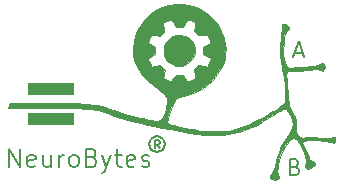
<source format=gbr>
G04 #@! TF.FileFunction,Soldermask,Top*
%FSLAX46Y46*%
G04 Gerber Fmt 4.6, Leading zero omitted, Abs format (unit mm)*
G04 Created by KiCad (PCBNEW 4.0.7-e2-6376~58~ubuntu14.04.1) date Wed May 23 14:22:57 2018*
%MOMM*%
%LPD*%
G01*
G04 APERTURE LIST*
%ADD10C,0.100000*%
%ADD11C,0.190000*%
%ADD12C,0.150000*%
%ADD13C,0.210000*%
%ADD14C,0.010000*%
%ADD15R,4.000000X1.000000*%
G04 APERTURE END LIST*
D10*
D11*
X139695000Y-86305000D02*
X139885000Y-86368333D01*
X139948333Y-86431667D01*
X140011667Y-86558333D01*
X140011667Y-86748333D01*
X139948333Y-86875000D01*
X139885000Y-86938333D01*
X139758333Y-87001667D01*
X139251667Y-87001667D01*
X139251667Y-85671667D01*
X139695000Y-85671667D01*
X139821667Y-85735000D01*
X139885000Y-85798333D01*
X139948333Y-85925000D01*
X139948333Y-86051667D01*
X139885000Y-86178333D01*
X139821667Y-86241667D01*
X139695000Y-86305000D01*
X139251667Y-86305000D01*
X139683333Y-76621667D02*
X140316667Y-76621667D01*
X139556667Y-77001667D02*
X140000000Y-75671667D01*
X140443333Y-77001667D01*
D12*
X128238095Y-84709524D02*
X128000000Y-84423810D01*
X127809524Y-84709524D02*
X127809524Y-84042857D01*
X128095238Y-84042857D01*
X128190476Y-84090476D01*
X128238095Y-84185714D01*
X128238095Y-84280952D01*
X128190476Y-84376190D01*
X128095238Y-84423810D01*
X127809524Y-84423810D01*
X128000000Y-83709524D02*
X127761905Y-83757143D01*
X127523809Y-83900000D01*
X127380952Y-84138095D01*
X127333333Y-84376190D01*
X127380952Y-84614286D01*
X127523809Y-84852381D01*
X127761905Y-84995238D01*
X128000000Y-85042857D01*
X128238095Y-84995238D01*
X128476190Y-84852381D01*
X128619047Y-84614286D01*
X128666667Y-84376190D01*
X128619047Y-84138095D01*
X128476190Y-83900000D01*
X128238095Y-83757143D01*
X128000000Y-83709524D01*
D13*
X115507143Y-86278571D02*
X115507143Y-84778571D01*
X116364286Y-86278571D01*
X116364286Y-84778571D01*
X117650000Y-86207143D02*
X117507143Y-86278571D01*
X117221429Y-86278571D01*
X117078572Y-86207143D01*
X117007143Y-86064286D01*
X117007143Y-85492857D01*
X117078572Y-85350000D01*
X117221429Y-85278571D01*
X117507143Y-85278571D01*
X117650000Y-85350000D01*
X117721429Y-85492857D01*
X117721429Y-85635714D01*
X117007143Y-85778571D01*
X119007143Y-85278571D02*
X119007143Y-86278571D01*
X118364286Y-85278571D02*
X118364286Y-86064286D01*
X118435714Y-86207143D01*
X118578572Y-86278571D01*
X118792857Y-86278571D01*
X118935714Y-86207143D01*
X119007143Y-86135714D01*
X119721429Y-86278571D02*
X119721429Y-85278571D01*
X119721429Y-85564286D02*
X119792857Y-85421429D01*
X119864286Y-85350000D01*
X120007143Y-85278571D01*
X120150000Y-85278571D01*
X120864286Y-86278571D02*
X120721428Y-86207143D01*
X120650000Y-86135714D01*
X120578571Y-85992857D01*
X120578571Y-85564286D01*
X120650000Y-85421429D01*
X120721428Y-85350000D01*
X120864286Y-85278571D01*
X121078571Y-85278571D01*
X121221428Y-85350000D01*
X121292857Y-85421429D01*
X121364286Y-85564286D01*
X121364286Y-85992857D01*
X121292857Y-86135714D01*
X121221428Y-86207143D01*
X121078571Y-86278571D01*
X120864286Y-86278571D01*
X122507143Y-85492857D02*
X122721429Y-85564286D01*
X122792857Y-85635714D01*
X122864286Y-85778571D01*
X122864286Y-85992857D01*
X122792857Y-86135714D01*
X122721429Y-86207143D01*
X122578571Y-86278571D01*
X122007143Y-86278571D01*
X122007143Y-84778571D01*
X122507143Y-84778571D01*
X122650000Y-84850000D01*
X122721429Y-84921429D01*
X122792857Y-85064286D01*
X122792857Y-85207143D01*
X122721429Y-85350000D01*
X122650000Y-85421429D01*
X122507143Y-85492857D01*
X122007143Y-85492857D01*
X123364286Y-85278571D02*
X123721429Y-86278571D01*
X124078571Y-85278571D02*
X123721429Y-86278571D01*
X123578571Y-86635714D01*
X123507143Y-86707143D01*
X123364286Y-86778571D01*
X124435714Y-85278571D02*
X125007143Y-85278571D01*
X124650000Y-84778571D02*
X124650000Y-86064286D01*
X124721428Y-86207143D01*
X124864286Y-86278571D01*
X125007143Y-86278571D01*
X126078571Y-86207143D02*
X125935714Y-86278571D01*
X125650000Y-86278571D01*
X125507143Y-86207143D01*
X125435714Y-86064286D01*
X125435714Y-85492857D01*
X125507143Y-85350000D01*
X125650000Y-85278571D01*
X125935714Y-85278571D01*
X126078571Y-85350000D01*
X126150000Y-85492857D01*
X126150000Y-85635714D01*
X125435714Y-85778571D01*
X126721428Y-86207143D02*
X126864285Y-86278571D01*
X127150000Y-86278571D01*
X127292857Y-86207143D01*
X127364285Y-86064286D01*
X127364285Y-85992857D01*
X127292857Y-85850000D01*
X127150000Y-85778571D01*
X126935714Y-85778571D01*
X126792857Y-85707143D01*
X126721428Y-85564286D01*
X126721428Y-85492857D01*
X126792857Y-85350000D01*
X126935714Y-85278571D01*
X127150000Y-85278571D01*
X127292857Y-85350000D01*
D14*
G36*
X130661232Y-72561389D02*
X131267885Y-72733939D01*
X131825648Y-72992787D01*
X132328595Y-73332167D01*
X132770800Y-73746308D01*
X133146338Y-74229442D01*
X133449284Y-74775800D01*
X133673712Y-75379613D01*
X133715978Y-75535383D01*
X133780720Y-75903475D01*
X133805575Y-76311113D01*
X133791483Y-76723327D01*
X133739383Y-77105142D01*
X133666476Y-77378086D01*
X133429617Y-77914617D01*
X133112069Y-78431935D01*
X132731761Y-78905377D01*
X132306623Y-79310283D01*
X132201273Y-79393489D01*
X131863253Y-79621711D01*
X131480563Y-79833354D01*
X131086718Y-80012320D01*
X130715233Y-80142508D01*
X130560400Y-80181730D01*
X130193045Y-80273999D01*
X129911689Y-80378063D01*
X129700771Y-80502788D01*
X129544733Y-80657035D01*
X129443678Y-80817878D01*
X129382612Y-80954347D01*
X129304616Y-81152758D01*
X129216920Y-81391752D01*
X129126759Y-81649973D01*
X129041364Y-81906060D01*
X128967968Y-82138657D01*
X128913804Y-82326404D01*
X128886104Y-82447944D01*
X128884000Y-82470642D01*
X128915061Y-82589478D01*
X128958143Y-82646693D01*
X129030713Y-82676926D01*
X129184957Y-82721865D01*
X129402805Y-82776887D01*
X129666189Y-82837364D01*
X129885243Y-82884035D01*
X130376762Y-82984988D01*
X130784102Y-83067085D01*
X131122525Y-83132286D01*
X131407299Y-83182549D01*
X131653687Y-83219835D01*
X131876955Y-83246103D01*
X132092367Y-83263312D01*
X132315187Y-83273422D01*
X132560682Y-83278392D01*
X132844116Y-83280182D01*
X132973400Y-83280449D01*
X133409312Y-83277899D01*
X133767400Y-83265999D01*
X134071301Y-83240654D01*
X134344656Y-83197767D01*
X134611102Y-83133242D01*
X134894279Y-83042982D01*
X135217826Y-82922892D01*
X135361000Y-82866713D01*
X135707897Y-82719763D01*
X136090129Y-82541455D01*
X136493742Y-82339761D01*
X136904782Y-82122653D01*
X137309293Y-81898103D01*
X137693323Y-81674081D01*
X138042916Y-81458561D01*
X138344119Y-81259513D01*
X138582976Y-81084909D01*
X138745536Y-80942721D01*
X138764600Y-80922323D01*
X138828269Y-80790310D01*
X138863577Y-80567367D01*
X138870463Y-80252447D01*
X138848862Y-79844506D01*
X138798715Y-79342497D01*
X138719957Y-78745376D01*
X138612527Y-78052096D01*
X138583314Y-77876301D01*
X138503294Y-77345738D01*
X138455175Y-76876540D01*
X138438002Y-76433932D01*
X138450818Y-75983137D01*
X138492665Y-75489382D01*
X138512717Y-75310791D01*
X138539949Y-75041095D01*
X138557507Y-74787315D01*
X138563972Y-74577299D01*
X138557924Y-74438899D01*
X138557376Y-74435076D01*
X138544097Y-74289774D01*
X138564760Y-74213888D01*
X138606633Y-74185306D01*
X138760657Y-74175714D01*
X138940308Y-74240981D01*
X139074681Y-74334256D01*
X139167385Y-74434513D01*
X139187429Y-74533134D01*
X139176378Y-74593254D01*
X139116312Y-74707786D01*
X139039652Y-74760817D01*
X138954061Y-74806935D01*
X138884552Y-74903251D01*
X138827665Y-75061074D01*
X138779939Y-75291711D01*
X138737911Y-75606471D01*
X138716145Y-75817731D01*
X138681083Y-76362745D01*
X138689290Y-76820839D01*
X138741504Y-77197364D01*
X138838464Y-77497673D01*
X138979790Y-77725785D01*
X139116109Y-77887791D01*
X140007154Y-77856015D01*
X140520280Y-77829421D01*
X140958892Y-77789388D01*
X141316400Y-77736894D01*
X141586216Y-77672917D01*
X141761749Y-77598433D01*
X141767115Y-77594988D01*
X141916128Y-77525848D01*
X142031226Y-77545452D01*
X142114519Y-77630503D01*
X142184618Y-77800403D01*
X142174354Y-77970842D01*
X142091912Y-78101879D01*
X142018538Y-78158919D01*
X141952658Y-78164430D01*
X141850801Y-78118723D01*
X141822926Y-78103808D01*
X141755797Y-78070957D01*
X141686213Y-78049571D01*
X141596762Y-78039555D01*
X141470032Y-78040816D01*
X141288611Y-78053258D01*
X141035088Y-78076787D01*
X140819713Y-78098352D01*
X140492558Y-78127327D01*
X140156777Y-78149908D01*
X139844401Y-78164404D01*
X139587461Y-78169126D01*
X139504077Y-78167796D01*
X139024355Y-78152600D01*
X138974586Y-78322728D01*
X138956764Y-78443831D01*
X138956218Y-78633945D01*
X138973322Y-78903371D01*
X139008445Y-79262414D01*
X139008457Y-79262528D01*
X139041206Y-79585241D01*
X139071596Y-79923305D01*
X139096587Y-80240313D01*
X139113141Y-80499859D01*
X139115105Y-80540200D01*
X139136588Y-80855454D01*
X139173917Y-81098242D01*
X139235478Y-81297425D01*
X139329655Y-81481862D01*
X139434146Y-81638229D01*
X139583429Y-81875202D01*
X139680774Y-82110602D01*
X139734923Y-82375617D01*
X139754621Y-82701432D01*
X139755200Y-82783418D01*
X139765916Y-83098041D01*
X139802332Y-83334760D01*
X139870849Y-83515418D01*
X139977869Y-83661861D01*
X140026756Y-83710136D01*
X140096936Y-83768440D01*
X140168823Y-83802187D01*
X140268517Y-83815469D01*
X140422123Y-83812375D01*
X140604449Y-83800638D01*
X140842053Y-83792413D01*
X141138846Y-83794584D01*
X141453038Y-83806336D01*
X141685246Y-83821786D01*
X142035790Y-83850288D01*
X142299605Y-83869588D01*
X142491170Y-83879375D01*
X142624965Y-83879340D01*
X142715471Y-83869173D01*
X142777168Y-83848565D01*
X142824536Y-83817206D01*
X142847904Y-83796916D01*
X142937067Y-83734729D01*
X143006679Y-83747165D01*
X143030847Y-83765209D01*
X143093001Y-83874053D01*
X143103090Y-84023100D01*
X143059561Y-84164401D01*
X143044500Y-84187224D01*
X142994597Y-84236982D01*
X142928100Y-84245018D01*
X142810562Y-84212771D01*
X142769524Y-84198708D01*
X142602236Y-84157439D01*
X142358544Y-84118927D01*
X142063645Y-84085171D01*
X141742731Y-84058170D01*
X141420998Y-84039926D01*
X141123639Y-84032438D01*
X140875850Y-84037705D01*
X140806177Y-84042868D01*
X140557250Y-84070487D01*
X140399716Y-84107514D01*
X140323523Y-84168970D01*
X140318621Y-84269876D01*
X140374958Y-84425255D01*
X140447557Y-84578800D01*
X140558893Y-84817730D01*
X140672871Y-85079476D01*
X140765008Y-85307799D01*
X140765818Y-85309938D01*
X140841591Y-85499549D01*
X140908936Y-85620803D01*
X140992232Y-85701498D01*
X141115860Y-85769436D01*
X141203000Y-85808435D01*
X141330469Y-85901531D01*
X141371010Y-86009470D01*
X141339061Y-86137962D01*
X141230041Y-86264282D01*
X141067146Y-86369856D01*
X140873571Y-86436107D01*
X140828909Y-86443596D01*
X140674664Y-86444733D01*
X140584738Y-86390195D01*
X140552884Y-86268905D01*
X140572856Y-86069784D01*
X140584475Y-86010107D01*
X140612071Y-85827654D01*
X140607283Y-85662106D01*
X140567599Y-85463143D01*
X140554657Y-85412635D01*
X140464501Y-85129594D01*
X140343773Y-84837004D01*
X140202704Y-84552293D01*
X140051524Y-84292892D01*
X139900463Y-84076232D01*
X139759753Y-83919743D01*
X139639624Y-83840854D01*
X139630581Y-83838258D01*
X139490764Y-83844084D01*
X139337248Y-83932371D01*
X139164347Y-84107784D01*
X138966375Y-84374988D01*
X138954033Y-84393357D01*
X138730135Y-84778206D01*
X138526487Y-85222229D01*
X138360669Y-85683032D01*
X138260697Y-86065371D01*
X138207218Y-86357282D01*
X138185954Y-86577867D01*
X138197467Y-86752343D01*
X138242320Y-86905928D01*
X138281334Y-86990494D01*
X138341168Y-87118165D01*
X138353211Y-87194531D01*
X138319704Y-87256712D01*
X138298860Y-87280635D01*
X138177154Y-87349180D01*
X138003559Y-87370822D01*
X137817231Y-87343748D01*
X137723200Y-87307279D01*
X137607633Y-87204888D01*
X137581176Y-87074631D01*
X137645657Y-86940644D01*
X137692046Y-86895679D01*
X137769004Y-86806831D01*
X137840003Y-86663910D01*
X137913277Y-86448370D01*
X137953768Y-86306000D01*
X138086369Y-85828758D01*
X138203474Y-85432957D01*
X138312290Y-85101004D01*
X138420021Y-84815309D01*
X138533873Y-84558279D01*
X138661051Y-84312325D01*
X138808762Y-84059853D01*
X138984210Y-83783273D01*
X138991961Y-83771378D01*
X139135989Y-83542445D01*
X139265548Y-83321846D01*
X139366306Y-83134925D01*
X139423404Y-83008520D01*
X139497009Y-82661992D01*
X139471127Y-82319158D01*
X139345169Y-81978010D01*
X139118544Y-81636540D01*
X138970868Y-81468807D01*
X138914055Y-81412631D01*
X138859275Y-81377510D01*
X138794238Y-81368144D01*
X138706652Y-81389234D01*
X138584228Y-81445481D01*
X138414672Y-81541585D01*
X138185695Y-81682247D01*
X137885006Y-81872167D01*
X137837719Y-81902172D01*
X137373495Y-82192009D01*
X136971141Y-82431777D01*
X136611003Y-82632038D01*
X136273425Y-82803354D01*
X135938752Y-82956288D01*
X135659693Y-83072580D01*
X135237928Y-83230862D01*
X134823473Y-83361517D01*
X134407484Y-83464421D01*
X133981118Y-83539453D01*
X133535530Y-83586492D01*
X133061876Y-83605416D01*
X132551314Y-83596104D01*
X131994998Y-83558434D01*
X131384086Y-83492285D01*
X130709732Y-83397534D01*
X129963094Y-83274060D01*
X129135328Y-83121743D01*
X128376000Y-82972454D01*
X127721992Y-82839959D01*
X127155788Y-82722788D01*
X126665282Y-82617792D01*
X126238370Y-82521820D01*
X125862950Y-82431722D01*
X125526916Y-82344349D01*
X125218165Y-82256552D01*
X124924594Y-82165179D01*
X124634098Y-82067081D01*
X124334574Y-81959109D01*
X124013917Y-81838112D01*
X124007200Y-81835535D01*
X123744805Y-81737548D01*
X123496954Y-81652234D01*
X123254654Y-81578733D01*
X123008917Y-81516184D01*
X122750750Y-81463726D01*
X122471164Y-81420497D01*
X122161169Y-81385638D01*
X121811773Y-81358287D01*
X121413987Y-81337583D01*
X120958820Y-81322665D01*
X120437282Y-81312672D01*
X119840382Y-81306744D01*
X119159129Y-81304019D01*
X118452486Y-81303599D01*
X115412373Y-81304999D01*
X115440414Y-81132205D01*
X115464532Y-81010607D01*
X115486354Y-80942183D01*
X115488406Y-80939459D01*
X115551283Y-80925636D01*
X115703739Y-80912450D01*
X115933755Y-80900087D01*
X116229310Y-80888732D01*
X116578386Y-80878571D01*
X116968961Y-80869789D01*
X117389017Y-80862572D01*
X117826534Y-80857104D01*
X118269492Y-80853571D01*
X118705871Y-80852159D01*
X119123651Y-80853053D01*
X119510813Y-80856438D01*
X119855337Y-80862500D01*
X120073742Y-80868747D01*
X120713939Y-80893311D01*
X121267039Y-80920497D01*
X121747545Y-80952479D01*
X122169960Y-80991434D01*
X122548786Y-81039536D01*
X122898526Y-81098960D01*
X123233682Y-81171882D01*
X123568757Y-81260475D01*
X123918253Y-81366917D01*
X124296673Y-81493380D01*
X124341138Y-81508763D01*
X125328951Y-81830326D01*
X126251449Y-82086503D01*
X127118665Y-82280064D01*
X127172078Y-82290301D01*
X127552739Y-82355684D01*
X127850215Y-82388544D01*
X128078223Y-82386889D01*
X128250484Y-82348726D01*
X128380716Y-82272062D01*
X128482638Y-82154904D01*
X128519498Y-82094577D01*
X128585970Y-81944515D01*
X128660893Y-81726452D01*
X128736098Y-81470841D01*
X128803422Y-81208132D01*
X128854697Y-80968777D01*
X128881758Y-80783229D01*
X128884000Y-80735315D01*
X128873840Y-80612066D01*
X128837931Y-80492509D01*
X128768124Y-80367662D01*
X128656270Y-80228545D01*
X128494223Y-80066175D01*
X128273834Y-79871570D01*
X127986955Y-79635750D01*
X127630943Y-79354038D01*
X127145143Y-78943373D01*
X126753324Y-78540669D01*
X126449693Y-78134710D01*
X126228457Y-77714277D01*
X126083825Y-77268153D01*
X126066662Y-77155851D01*
X127258400Y-77155851D01*
X127277275Y-77218008D01*
X127325005Y-77341104D01*
X127388251Y-77493654D01*
X127453669Y-77644175D01*
X127507919Y-77761182D01*
X127536526Y-77812194D01*
X127589419Y-77809140D01*
X127714606Y-77786762D01*
X127885674Y-77749822D01*
X127896747Y-77747264D01*
X128242239Y-77667139D01*
X128665935Y-78082965D01*
X128597961Y-78371782D01*
X128560684Y-78542305D01*
X128535774Y-78679464D01*
X128529465Y-78736800D01*
X128571520Y-78785130D01*
X128679461Y-78857456D01*
X128825310Y-78938891D01*
X128981088Y-79014545D01*
X129118819Y-79069531D01*
X129188800Y-79087652D01*
X129225956Y-79049638D01*
X129299857Y-78946193D01*
X129395050Y-78799049D01*
X129402504Y-78787040D01*
X129590809Y-78482800D01*
X130198574Y-78482800D01*
X130387642Y-78789114D01*
X130484333Y-78937596D01*
X130562058Y-79042006D01*
X130605210Y-79081546D01*
X130606859Y-79081214D01*
X130666157Y-79056428D01*
X130792300Y-79005259D01*
X130954304Y-78940258D01*
X131114016Y-78869353D01*
X131227380Y-78805436D01*
X131269790Y-78762458D01*
X131257673Y-78688895D01*
X131228035Y-78549529D01*
X131194888Y-78406600D01*
X131121796Y-78101800D01*
X131339935Y-77883030D01*
X131558075Y-77664261D01*
X131899268Y-77749966D01*
X132070604Y-77789955D01*
X132197742Y-77813878D01*
X132254336Y-77816815D01*
X132254832Y-77816335D01*
X132281729Y-77761415D01*
X132333541Y-77644045D01*
X132397788Y-77493823D01*
X132461986Y-77340345D01*
X132513653Y-77213209D01*
X132540306Y-77142013D01*
X132541600Y-77136364D01*
X132501771Y-77102449D01*
X132396950Y-77030986D01*
X132249134Y-76936920D01*
X132236800Y-76929292D01*
X131932000Y-76741158D01*
X131932000Y-76147037D01*
X132224100Y-75957864D01*
X132372182Y-75862147D01*
X132482197Y-75791387D01*
X132530846Y-75760567D01*
X132531071Y-75760440D01*
X132520567Y-75713288D01*
X132479095Y-75596499D01*
X132415239Y-75434020D01*
X132405760Y-75410834D01*
X132265576Y-75069480D01*
X132086088Y-75100537D01*
X131839141Y-75142458D01*
X131669584Y-75164593D01*
X131554564Y-75163724D01*
X131471231Y-75136631D01*
X131396733Y-75080097D01*
X131308312Y-74990998D01*
X131116424Y-74792673D01*
X131196825Y-74445990D01*
X131231290Y-74269261D01*
X131245795Y-74132814D01*
X131237419Y-74064894D01*
X131236313Y-74063774D01*
X131153944Y-74015644D01*
X131017766Y-73956720D01*
X130859428Y-73898181D01*
X130710583Y-73851207D01*
X130602881Y-73826976D01*
X130570243Y-73828516D01*
X130521285Y-73884361D01*
X130439769Y-74001473D01*
X130353475Y-74138066D01*
X130183333Y-74418800D01*
X129892379Y-74418800D01*
X129601425Y-74418799D01*
X129411317Y-74110800D01*
X129311804Y-73954961D01*
X129231084Y-73864125D01*
X129143556Y-73832500D01*
X129023618Y-73854294D01*
X128845672Y-73923715D01*
X128755225Y-73962360D01*
X128615238Y-74026150D01*
X128548571Y-74079640D01*
X128534881Y-74151896D01*
X128550610Y-74254675D01*
X128595066Y-74504445D01*
X128616781Y-74677469D01*
X128613008Y-74796615D01*
X128580999Y-74884750D01*
X128518009Y-74964741D01*
X128458194Y-75024120D01*
X128277587Y-75197641D01*
X127915688Y-75132966D01*
X127733252Y-75106861D01*
X127591303Y-75098625D01*
X127517975Y-75109745D01*
X127515615Y-75111845D01*
X127475637Y-75181565D01*
X127419435Y-75306811D01*
X127358657Y-75457488D01*
X127304952Y-75603504D01*
X127269969Y-75714765D01*
X127264458Y-75760679D01*
X127314022Y-75794743D01*
X127425460Y-75867362D01*
X127574725Y-75962869D01*
X127575900Y-75963615D01*
X127868000Y-76149122D01*
X127868000Y-76730488D01*
X127563200Y-76921016D01*
X127412709Y-77020902D01*
X127303793Y-77104284D01*
X127258604Y-77154096D01*
X127258400Y-77155851D01*
X126066662Y-77155851D01*
X126010002Y-76785122D01*
X126001197Y-76253964D01*
X126003445Y-76202392D01*
X126051961Y-75691531D01*
X126151496Y-75240423D01*
X126312778Y-74815548D01*
X126546533Y-74383392D01*
X126626019Y-74257159D01*
X126992698Y-73781034D01*
X127428201Y-73371490D01*
X127920497Y-73033581D01*
X128457557Y-72772363D01*
X129027351Y-72592892D01*
X129617849Y-72500223D01*
X130217022Y-72499412D01*
X130661232Y-72561389D01*
X130661232Y-72561389D01*
G37*
X130661232Y-72561389D02*
X131267885Y-72733939D01*
X131825648Y-72992787D01*
X132328595Y-73332167D01*
X132770800Y-73746308D01*
X133146338Y-74229442D01*
X133449284Y-74775800D01*
X133673712Y-75379613D01*
X133715978Y-75535383D01*
X133780720Y-75903475D01*
X133805575Y-76311113D01*
X133791483Y-76723327D01*
X133739383Y-77105142D01*
X133666476Y-77378086D01*
X133429617Y-77914617D01*
X133112069Y-78431935D01*
X132731761Y-78905377D01*
X132306623Y-79310283D01*
X132201273Y-79393489D01*
X131863253Y-79621711D01*
X131480563Y-79833354D01*
X131086718Y-80012320D01*
X130715233Y-80142508D01*
X130560400Y-80181730D01*
X130193045Y-80273999D01*
X129911689Y-80378063D01*
X129700771Y-80502788D01*
X129544733Y-80657035D01*
X129443678Y-80817878D01*
X129382612Y-80954347D01*
X129304616Y-81152758D01*
X129216920Y-81391752D01*
X129126759Y-81649973D01*
X129041364Y-81906060D01*
X128967968Y-82138657D01*
X128913804Y-82326404D01*
X128886104Y-82447944D01*
X128884000Y-82470642D01*
X128915061Y-82589478D01*
X128958143Y-82646693D01*
X129030713Y-82676926D01*
X129184957Y-82721865D01*
X129402805Y-82776887D01*
X129666189Y-82837364D01*
X129885243Y-82884035D01*
X130376762Y-82984988D01*
X130784102Y-83067085D01*
X131122525Y-83132286D01*
X131407299Y-83182549D01*
X131653687Y-83219835D01*
X131876955Y-83246103D01*
X132092367Y-83263312D01*
X132315187Y-83273422D01*
X132560682Y-83278392D01*
X132844116Y-83280182D01*
X132973400Y-83280449D01*
X133409312Y-83277899D01*
X133767400Y-83265999D01*
X134071301Y-83240654D01*
X134344656Y-83197767D01*
X134611102Y-83133242D01*
X134894279Y-83042982D01*
X135217826Y-82922892D01*
X135361000Y-82866713D01*
X135707897Y-82719763D01*
X136090129Y-82541455D01*
X136493742Y-82339761D01*
X136904782Y-82122653D01*
X137309293Y-81898103D01*
X137693323Y-81674081D01*
X138042916Y-81458561D01*
X138344119Y-81259513D01*
X138582976Y-81084909D01*
X138745536Y-80942721D01*
X138764600Y-80922323D01*
X138828269Y-80790310D01*
X138863577Y-80567367D01*
X138870463Y-80252447D01*
X138848862Y-79844506D01*
X138798715Y-79342497D01*
X138719957Y-78745376D01*
X138612527Y-78052096D01*
X138583314Y-77876301D01*
X138503294Y-77345738D01*
X138455175Y-76876540D01*
X138438002Y-76433932D01*
X138450818Y-75983137D01*
X138492665Y-75489382D01*
X138512717Y-75310791D01*
X138539949Y-75041095D01*
X138557507Y-74787315D01*
X138563972Y-74577299D01*
X138557924Y-74438899D01*
X138557376Y-74435076D01*
X138544097Y-74289774D01*
X138564760Y-74213888D01*
X138606633Y-74185306D01*
X138760657Y-74175714D01*
X138940308Y-74240981D01*
X139074681Y-74334256D01*
X139167385Y-74434513D01*
X139187429Y-74533134D01*
X139176378Y-74593254D01*
X139116312Y-74707786D01*
X139039652Y-74760817D01*
X138954061Y-74806935D01*
X138884552Y-74903251D01*
X138827665Y-75061074D01*
X138779939Y-75291711D01*
X138737911Y-75606471D01*
X138716145Y-75817731D01*
X138681083Y-76362745D01*
X138689290Y-76820839D01*
X138741504Y-77197364D01*
X138838464Y-77497673D01*
X138979790Y-77725785D01*
X139116109Y-77887791D01*
X140007154Y-77856015D01*
X140520280Y-77829421D01*
X140958892Y-77789388D01*
X141316400Y-77736894D01*
X141586216Y-77672917D01*
X141761749Y-77598433D01*
X141767115Y-77594988D01*
X141916128Y-77525848D01*
X142031226Y-77545452D01*
X142114519Y-77630503D01*
X142184618Y-77800403D01*
X142174354Y-77970842D01*
X142091912Y-78101879D01*
X142018538Y-78158919D01*
X141952658Y-78164430D01*
X141850801Y-78118723D01*
X141822926Y-78103808D01*
X141755797Y-78070957D01*
X141686213Y-78049571D01*
X141596762Y-78039555D01*
X141470032Y-78040816D01*
X141288611Y-78053258D01*
X141035088Y-78076787D01*
X140819713Y-78098352D01*
X140492558Y-78127327D01*
X140156777Y-78149908D01*
X139844401Y-78164404D01*
X139587461Y-78169126D01*
X139504077Y-78167796D01*
X139024355Y-78152600D01*
X138974586Y-78322728D01*
X138956764Y-78443831D01*
X138956218Y-78633945D01*
X138973322Y-78903371D01*
X139008445Y-79262414D01*
X139008457Y-79262528D01*
X139041206Y-79585241D01*
X139071596Y-79923305D01*
X139096587Y-80240313D01*
X139113141Y-80499859D01*
X139115105Y-80540200D01*
X139136588Y-80855454D01*
X139173917Y-81098242D01*
X139235478Y-81297425D01*
X139329655Y-81481862D01*
X139434146Y-81638229D01*
X139583429Y-81875202D01*
X139680774Y-82110602D01*
X139734923Y-82375617D01*
X139754621Y-82701432D01*
X139755200Y-82783418D01*
X139765916Y-83098041D01*
X139802332Y-83334760D01*
X139870849Y-83515418D01*
X139977869Y-83661861D01*
X140026756Y-83710136D01*
X140096936Y-83768440D01*
X140168823Y-83802187D01*
X140268517Y-83815469D01*
X140422123Y-83812375D01*
X140604449Y-83800638D01*
X140842053Y-83792413D01*
X141138846Y-83794584D01*
X141453038Y-83806336D01*
X141685246Y-83821786D01*
X142035790Y-83850288D01*
X142299605Y-83869588D01*
X142491170Y-83879375D01*
X142624965Y-83879340D01*
X142715471Y-83869173D01*
X142777168Y-83848565D01*
X142824536Y-83817206D01*
X142847904Y-83796916D01*
X142937067Y-83734729D01*
X143006679Y-83747165D01*
X143030847Y-83765209D01*
X143093001Y-83874053D01*
X143103090Y-84023100D01*
X143059561Y-84164401D01*
X143044500Y-84187224D01*
X142994597Y-84236982D01*
X142928100Y-84245018D01*
X142810562Y-84212771D01*
X142769524Y-84198708D01*
X142602236Y-84157439D01*
X142358544Y-84118927D01*
X142063645Y-84085171D01*
X141742731Y-84058170D01*
X141420998Y-84039926D01*
X141123639Y-84032438D01*
X140875850Y-84037705D01*
X140806177Y-84042868D01*
X140557250Y-84070487D01*
X140399716Y-84107514D01*
X140323523Y-84168970D01*
X140318621Y-84269876D01*
X140374958Y-84425255D01*
X140447557Y-84578800D01*
X140558893Y-84817730D01*
X140672871Y-85079476D01*
X140765008Y-85307799D01*
X140765818Y-85309938D01*
X140841591Y-85499549D01*
X140908936Y-85620803D01*
X140992232Y-85701498D01*
X141115860Y-85769436D01*
X141203000Y-85808435D01*
X141330469Y-85901531D01*
X141371010Y-86009470D01*
X141339061Y-86137962D01*
X141230041Y-86264282D01*
X141067146Y-86369856D01*
X140873571Y-86436107D01*
X140828909Y-86443596D01*
X140674664Y-86444733D01*
X140584738Y-86390195D01*
X140552884Y-86268905D01*
X140572856Y-86069784D01*
X140584475Y-86010107D01*
X140612071Y-85827654D01*
X140607283Y-85662106D01*
X140567599Y-85463143D01*
X140554657Y-85412635D01*
X140464501Y-85129594D01*
X140343773Y-84837004D01*
X140202704Y-84552293D01*
X140051524Y-84292892D01*
X139900463Y-84076232D01*
X139759753Y-83919743D01*
X139639624Y-83840854D01*
X139630581Y-83838258D01*
X139490764Y-83844084D01*
X139337248Y-83932371D01*
X139164347Y-84107784D01*
X138966375Y-84374988D01*
X138954033Y-84393357D01*
X138730135Y-84778206D01*
X138526487Y-85222229D01*
X138360669Y-85683032D01*
X138260697Y-86065371D01*
X138207218Y-86357282D01*
X138185954Y-86577867D01*
X138197467Y-86752343D01*
X138242320Y-86905928D01*
X138281334Y-86990494D01*
X138341168Y-87118165D01*
X138353211Y-87194531D01*
X138319704Y-87256712D01*
X138298860Y-87280635D01*
X138177154Y-87349180D01*
X138003559Y-87370822D01*
X137817231Y-87343748D01*
X137723200Y-87307279D01*
X137607633Y-87204888D01*
X137581176Y-87074631D01*
X137645657Y-86940644D01*
X137692046Y-86895679D01*
X137769004Y-86806831D01*
X137840003Y-86663910D01*
X137913277Y-86448370D01*
X137953768Y-86306000D01*
X138086369Y-85828758D01*
X138203474Y-85432957D01*
X138312290Y-85101004D01*
X138420021Y-84815309D01*
X138533873Y-84558279D01*
X138661051Y-84312325D01*
X138808762Y-84059853D01*
X138984210Y-83783273D01*
X138991961Y-83771378D01*
X139135989Y-83542445D01*
X139265548Y-83321846D01*
X139366306Y-83134925D01*
X139423404Y-83008520D01*
X139497009Y-82661992D01*
X139471127Y-82319158D01*
X139345169Y-81978010D01*
X139118544Y-81636540D01*
X138970868Y-81468807D01*
X138914055Y-81412631D01*
X138859275Y-81377510D01*
X138794238Y-81368144D01*
X138706652Y-81389234D01*
X138584228Y-81445481D01*
X138414672Y-81541585D01*
X138185695Y-81682247D01*
X137885006Y-81872167D01*
X137837719Y-81902172D01*
X137373495Y-82192009D01*
X136971141Y-82431777D01*
X136611003Y-82632038D01*
X136273425Y-82803354D01*
X135938752Y-82956288D01*
X135659693Y-83072580D01*
X135237928Y-83230862D01*
X134823473Y-83361517D01*
X134407484Y-83464421D01*
X133981118Y-83539453D01*
X133535530Y-83586492D01*
X133061876Y-83605416D01*
X132551314Y-83596104D01*
X131994998Y-83558434D01*
X131384086Y-83492285D01*
X130709732Y-83397534D01*
X129963094Y-83274060D01*
X129135328Y-83121743D01*
X128376000Y-82972454D01*
X127721992Y-82839959D01*
X127155788Y-82722788D01*
X126665282Y-82617792D01*
X126238370Y-82521820D01*
X125862950Y-82431722D01*
X125526916Y-82344349D01*
X125218165Y-82256552D01*
X124924594Y-82165179D01*
X124634098Y-82067081D01*
X124334574Y-81959109D01*
X124013917Y-81838112D01*
X124007200Y-81835535D01*
X123744805Y-81737548D01*
X123496954Y-81652234D01*
X123254654Y-81578733D01*
X123008917Y-81516184D01*
X122750750Y-81463726D01*
X122471164Y-81420497D01*
X122161169Y-81385638D01*
X121811773Y-81358287D01*
X121413987Y-81337583D01*
X120958820Y-81322665D01*
X120437282Y-81312672D01*
X119840382Y-81306744D01*
X119159129Y-81304019D01*
X118452486Y-81303599D01*
X115412373Y-81304999D01*
X115440414Y-81132205D01*
X115464532Y-81010607D01*
X115486354Y-80942183D01*
X115488406Y-80939459D01*
X115551283Y-80925636D01*
X115703739Y-80912450D01*
X115933755Y-80900087D01*
X116229310Y-80888732D01*
X116578386Y-80878571D01*
X116968961Y-80869789D01*
X117389017Y-80862572D01*
X117826534Y-80857104D01*
X118269492Y-80853571D01*
X118705871Y-80852159D01*
X119123651Y-80853053D01*
X119510813Y-80856438D01*
X119855337Y-80862500D01*
X120073742Y-80868747D01*
X120713939Y-80893311D01*
X121267039Y-80920497D01*
X121747545Y-80952479D01*
X122169960Y-80991434D01*
X122548786Y-81039536D01*
X122898526Y-81098960D01*
X123233682Y-81171882D01*
X123568757Y-81260475D01*
X123918253Y-81366917D01*
X124296673Y-81493380D01*
X124341138Y-81508763D01*
X125328951Y-81830326D01*
X126251449Y-82086503D01*
X127118665Y-82280064D01*
X127172078Y-82290301D01*
X127552739Y-82355684D01*
X127850215Y-82388544D01*
X128078223Y-82386889D01*
X128250484Y-82348726D01*
X128380716Y-82272062D01*
X128482638Y-82154904D01*
X128519498Y-82094577D01*
X128585970Y-81944515D01*
X128660893Y-81726452D01*
X128736098Y-81470841D01*
X128803422Y-81208132D01*
X128854697Y-80968777D01*
X128881758Y-80783229D01*
X128884000Y-80735315D01*
X128873840Y-80612066D01*
X128837931Y-80492509D01*
X128768124Y-80367662D01*
X128656270Y-80228545D01*
X128494223Y-80066175D01*
X128273834Y-79871570D01*
X127986955Y-79635750D01*
X127630943Y-79354038D01*
X127145143Y-78943373D01*
X126753324Y-78540669D01*
X126449693Y-78134710D01*
X126228457Y-77714277D01*
X126083825Y-77268153D01*
X126066662Y-77155851D01*
X127258400Y-77155851D01*
X127277275Y-77218008D01*
X127325005Y-77341104D01*
X127388251Y-77493654D01*
X127453669Y-77644175D01*
X127507919Y-77761182D01*
X127536526Y-77812194D01*
X127589419Y-77809140D01*
X127714606Y-77786762D01*
X127885674Y-77749822D01*
X127896747Y-77747264D01*
X128242239Y-77667139D01*
X128665935Y-78082965D01*
X128597961Y-78371782D01*
X128560684Y-78542305D01*
X128535774Y-78679464D01*
X128529465Y-78736800D01*
X128571520Y-78785130D01*
X128679461Y-78857456D01*
X128825310Y-78938891D01*
X128981088Y-79014545D01*
X129118819Y-79069531D01*
X129188800Y-79087652D01*
X129225956Y-79049638D01*
X129299857Y-78946193D01*
X129395050Y-78799049D01*
X129402504Y-78787040D01*
X129590809Y-78482800D01*
X130198574Y-78482800D01*
X130387642Y-78789114D01*
X130484333Y-78937596D01*
X130562058Y-79042006D01*
X130605210Y-79081546D01*
X130606859Y-79081214D01*
X130666157Y-79056428D01*
X130792300Y-79005259D01*
X130954304Y-78940258D01*
X131114016Y-78869353D01*
X131227380Y-78805436D01*
X131269790Y-78762458D01*
X131257673Y-78688895D01*
X131228035Y-78549529D01*
X131194888Y-78406600D01*
X131121796Y-78101800D01*
X131339935Y-77883030D01*
X131558075Y-77664261D01*
X131899268Y-77749966D01*
X132070604Y-77789955D01*
X132197742Y-77813878D01*
X132254336Y-77816815D01*
X132254832Y-77816335D01*
X132281729Y-77761415D01*
X132333541Y-77644045D01*
X132397788Y-77493823D01*
X132461986Y-77340345D01*
X132513653Y-77213209D01*
X132540306Y-77142013D01*
X132541600Y-77136364D01*
X132501771Y-77102449D01*
X132396950Y-77030986D01*
X132249134Y-76936920D01*
X132236800Y-76929292D01*
X131932000Y-76741158D01*
X131932000Y-76147037D01*
X132224100Y-75957864D01*
X132372182Y-75862147D01*
X132482197Y-75791387D01*
X132530846Y-75760567D01*
X132531071Y-75760440D01*
X132520567Y-75713288D01*
X132479095Y-75596499D01*
X132415239Y-75434020D01*
X132405760Y-75410834D01*
X132265576Y-75069480D01*
X132086088Y-75100537D01*
X131839141Y-75142458D01*
X131669584Y-75164593D01*
X131554564Y-75163724D01*
X131471231Y-75136631D01*
X131396733Y-75080097D01*
X131308312Y-74990998D01*
X131116424Y-74792673D01*
X131196825Y-74445990D01*
X131231290Y-74269261D01*
X131245795Y-74132814D01*
X131237419Y-74064894D01*
X131236313Y-74063774D01*
X131153944Y-74015644D01*
X131017766Y-73956720D01*
X130859428Y-73898181D01*
X130710583Y-73851207D01*
X130602881Y-73826976D01*
X130570243Y-73828516D01*
X130521285Y-73884361D01*
X130439769Y-74001473D01*
X130353475Y-74138066D01*
X130183333Y-74418800D01*
X129892379Y-74418800D01*
X129601425Y-74418799D01*
X129411317Y-74110800D01*
X129311804Y-73954961D01*
X129231084Y-73864125D01*
X129143556Y-73832500D01*
X129023618Y-73854294D01*
X128845672Y-73923715D01*
X128755225Y-73962360D01*
X128615238Y-74026150D01*
X128548571Y-74079640D01*
X128534881Y-74151896D01*
X128550610Y-74254675D01*
X128595066Y-74504445D01*
X128616781Y-74677469D01*
X128613008Y-74796615D01*
X128580999Y-74884750D01*
X128518009Y-74964741D01*
X128458194Y-75024120D01*
X128277587Y-75197641D01*
X127915688Y-75132966D01*
X127733252Y-75106861D01*
X127591303Y-75098625D01*
X127517975Y-75109745D01*
X127515615Y-75111845D01*
X127475637Y-75181565D01*
X127419435Y-75306811D01*
X127358657Y-75457488D01*
X127304952Y-75603504D01*
X127269969Y-75714765D01*
X127264458Y-75760679D01*
X127314022Y-75794743D01*
X127425460Y-75867362D01*
X127574725Y-75962869D01*
X127575900Y-75963615D01*
X127868000Y-76149122D01*
X127868000Y-76730488D01*
X127563200Y-76921016D01*
X127412709Y-77020902D01*
X127303793Y-77104284D01*
X127258604Y-77154096D01*
X127258400Y-77155851D01*
X126066662Y-77155851D01*
X126010002Y-76785122D01*
X126001197Y-76253964D01*
X126003445Y-76202392D01*
X126051961Y-75691531D01*
X126151496Y-75240423D01*
X126312778Y-74815548D01*
X126546533Y-74383392D01*
X126626019Y-74257159D01*
X126992698Y-73781034D01*
X127428201Y-73371490D01*
X127920497Y-73033581D01*
X128457557Y-72772363D01*
X129027351Y-72592892D01*
X129617849Y-72500223D01*
X130217022Y-72499412D01*
X130661232Y-72561389D01*
G36*
X130306705Y-75186113D02*
X130600151Y-75304604D01*
X130805901Y-75449981D01*
X131010319Y-75705569D01*
X131148534Y-76014523D01*
X131214089Y-76349365D01*
X131200528Y-76682618D01*
X131144364Y-76890286D01*
X130979345Y-77193901D01*
X130746805Y-77442675D01*
X130464532Y-77628017D01*
X130150309Y-77741341D01*
X129821924Y-77774056D01*
X129497163Y-77717573D01*
X129458849Y-77704235D01*
X129147762Y-77541898D01*
X128887950Y-77311264D01*
X128709509Y-77046312D01*
X128594553Y-76705040D01*
X128571766Y-76358572D01*
X128635189Y-76023280D01*
X128778861Y-75715534D01*
X128996821Y-75451706D01*
X129283109Y-75248169D01*
X129381191Y-75201413D01*
X129664740Y-75128850D01*
X129984073Y-75125640D01*
X130306705Y-75186113D01*
X130306705Y-75186113D01*
G37*
X130306705Y-75186113D02*
X130600151Y-75304604D01*
X130805901Y-75449981D01*
X131010319Y-75705569D01*
X131148534Y-76014523D01*
X131214089Y-76349365D01*
X131200528Y-76682618D01*
X131144364Y-76890286D01*
X130979345Y-77193901D01*
X130746805Y-77442675D01*
X130464532Y-77628017D01*
X130150309Y-77741341D01*
X129821924Y-77774056D01*
X129497163Y-77717573D01*
X129458849Y-77704235D01*
X129147762Y-77541898D01*
X128887950Y-77311264D01*
X128709509Y-77046312D01*
X128594553Y-76705040D01*
X128571766Y-76358572D01*
X128635189Y-76023280D01*
X128778861Y-75715534D01*
X128996821Y-75451706D01*
X129283109Y-75248169D01*
X129381191Y-75201413D01*
X129664740Y-75128850D01*
X129984073Y-75125640D01*
X130306705Y-75186113D01*
D15*
X119050000Y-82270000D03*
X119050000Y-79730000D03*
M02*

</source>
